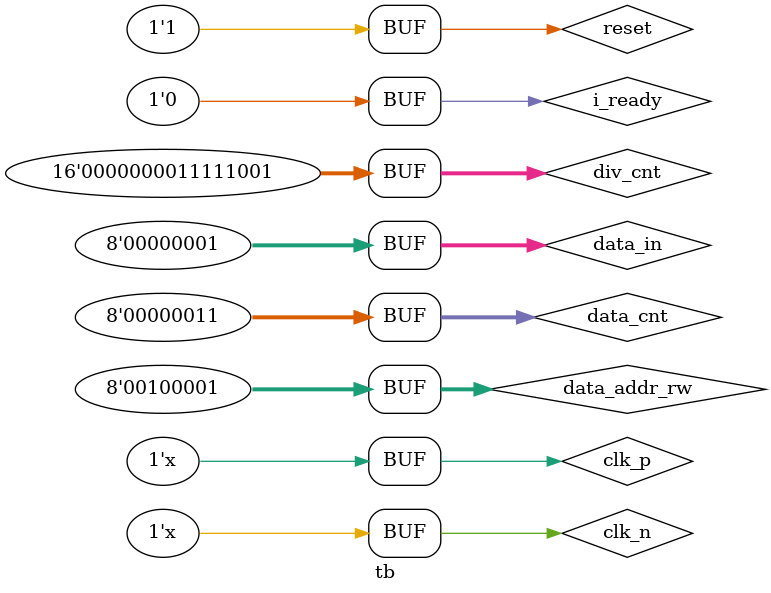
<source format=v>
`timescale 1ns / 1ps

module tb(

    );
    reg   reset = 0;
    wire   clk_n;
    reg   clk_p = 0;
    wire scl,sda;
    wire clk_out2 ;
    
    reg  [7:0]   data_cnt        ;
    reg  [7:0]   data_addr_rw    ;
    reg  [7:0]   data_in   ;
    wire [7:0]   data_out  ;
    
    reg          i_ready   ;
    wire         i2c_done  ;
    reg  [15:0]  div_cnt   ;
    
    wire    i_txff_rd ;
    wire    i_rxff_wr ;

    top_cpu top_cpu(
    .reset(reset),
    .clk_n(clk_n),
    .clk_p(clk_p),
    .sda(sda),
    .scl(scl),
    .clk_out2(clk_out2)
    );
    /*
    i2c_slave_model slave(
    .sda(sda),
    .scl(scl)
    );*/
    i2c_master_model master_model
    (
        .clk            (clk_out2       ),
        .rst            (reset          ),
        .data_addr_rw   (data_addr_rw   ),
        .i_ready        (i_ready        ),
        .data_cnt       (data_cnt       ),
        .data_in        (data_in        ),
        .data_out       (data_out       ),
        .sda            (sda            ),
        .scl            (scl            ),
        .i2c_done       (i2c_done       ),
        .div_cnt        (div_cnt        ),
        .i_txff_rd      (i_txff_rd      ),
        .i_rxff_wr      (i_rxff_wr      ),
        .i_txff_empty   (1'b0           ),
        .i_rxff_full    (1'b0           )
    );
    pullup p1(sda);
    pullup p2(scl);
    always #10 clk_p = ~clk_p;
    assign clk_n = ~clk_p;
    initial begin
       reset = 0;
       #100;
       reset = 1; 
       #20000
           i_ready = 1;
          div_cnt  = 16'd249 ;
          data_addr_rw = 8'b0010_0000;
          data_cnt = 4 ;
       
           #110000
           data_in = 8'b0000_0000;
           #90000
           data_in = 8'b0000_1000;
           #90000
           data_in = 8'b0000_0001;
           #90000
           data_in = 8'b0000_0010;
           #90000
           data_in = 8'b0000_0001;
           # 100000
           data_addr_rw = 8'b0010_0001 ;
           data_cnt = 3 ;
           # 500000
           i_ready = 0 ;
          
    end
    
endmodule
</source>
